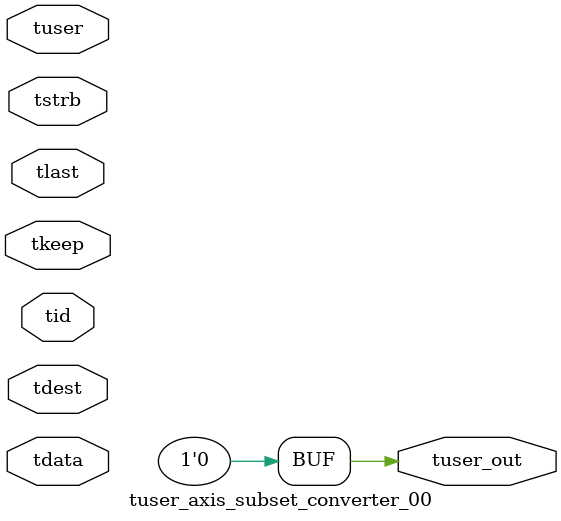
<source format=v>


`timescale 1ps/1ps

module tuser_axis_subset_converter_00 #
(
parameter C_S_AXIS_TUSER_WIDTH = 1,
parameter C_S_AXIS_TDATA_WIDTH = 32,
parameter C_S_AXIS_TID_WIDTH   = 0,
parameter C_S_AXIS_TDEST_WIDTH = 0,
parameter C_M_AXIS_TUSER_WIDTH = 1
)
(
input  [(C_S_AXIS_TUSER_WIDTH == 0 ? 1 : C_S_AXIS_TUSER_WIDTH)-1:0     ] tuser,
input  [(C_S_AXIS_TDATA_WIDTH == 0 ? 1 : C_S_AXIS_TDATA_WIDTH)-1:0     ] tdata,
input  [(C_S_AXIS_TID_WIDTH   == 0 ? 1 : C_S_AXIS_TID_WIDTH)-1:0       ] tid,
input  [(C_S_AXIS_TDEST_WIDTH == 0 ? 1 : C_S_AXIS_TDEST_WIDTH)-1:0     ] tdest,
input  [(C_S_AXIS_TDATA_WIDTH/8)-1:0 ] tkeep,
input  [(C_S_AXIS_TDATA_WIDTH/8)-1:0 ] tstrb,
input                                                                    tlast,
output [C_M_AXIS_TUSER_WIDTH-1:0] tuser_out
);

assign tuser_out = {1'b0};

endmodule


</source>
